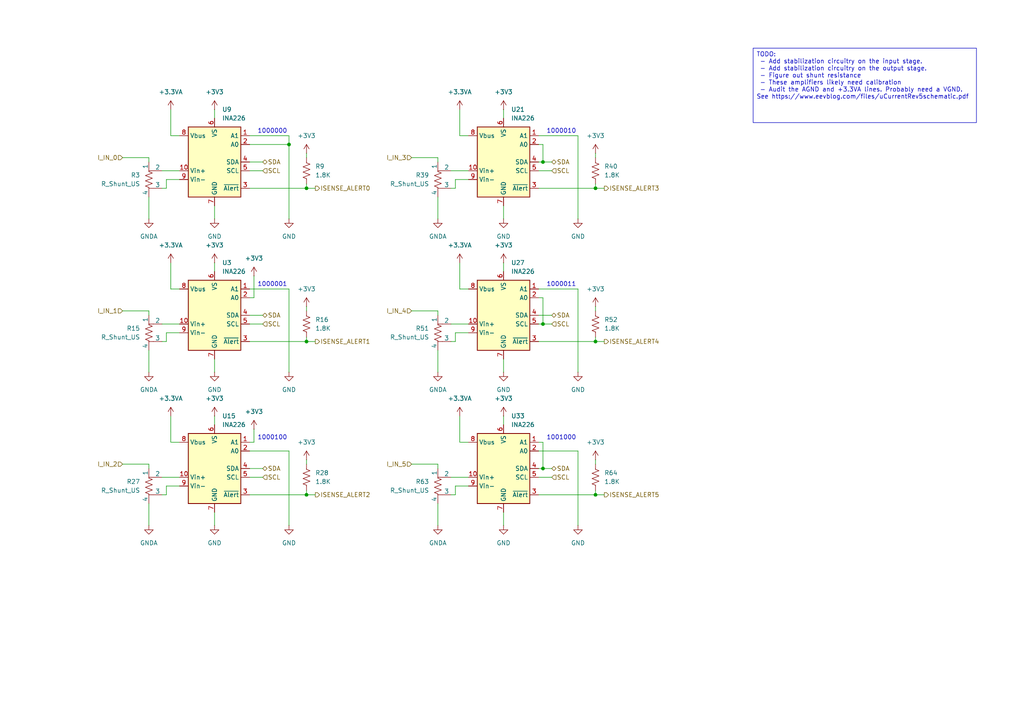
<source format=kicad_sch>
(kicad_sch (version 20231120) (generator "eeschema") (generator_version "8.0")
  (paper "A4")
  (title_block (title "FruityLogger") (date "2024-03-11") (rev "A") (company "FruityJungle Co.") (comment 1 "Designed by Marko Vejnovic"))
  (lib_symbols
    (symbol "Device:R_Shunt_US" (pin_numbers hide) (pin_names (offset 0))
      (property "Reference" "R" (at -5.08 0 90))
      (property "Value" "R_Shunt_US" (at -3.048 0 90))
      (symbol "R_Shunt_US_1_1"
        (polyline (pts (xy 0 -2.54) (xy 1.27 -2.54)))
        (polyline (pts (xy 0 -2.286) (xy 0 -2.54)))
        (polyline (pts (xy 0 2.286) (xy 0 2.54)))
        (polyline (pts (xy 1.27 2.54) (xy 0 2.54)))
        (polyline (pts (xy 0 -0.762) (xy 1.016 -1.143) (xy 0 -1.524) (xy -1.016 -1.905) (xy 0 -2.286)))
        (polyline (pts (xy 0 0.762) (xy 1.016 0.381) (xy 0 0) (xy -1.016 -0.381) (xy 0 -0.762)))
        (polyline (pts (xy 0 2.286) (xy 1.016 1.905) (xy 0 1.524) (xy -1.016 1.143) (xy 0 0.762)))
        (pin passive line (at 0 5.08 270) (length 2.54) (name "1") (number "1"))
        (pin passive line (at 3.81 2.54 180) (length 2.54) (name "2") (number "2"))
        (pin passive line (at 3.81 -2.54 180) (length 2.54) (name "3") (number "3"))
        (pin passive line (at 0 -5.08 90) (length 2.54) (name "4") (number "4"))
      )
    )
    (symbol "Device:R_US" (pin_numbers hide) (pin_names (offset 0))
      (property "Reference" "R" (at 2.54 0 90))
      (property "Value" "R_US" (at -2.54 0 90))
      (symbol "R_US_0_1"
        (polyline (pts (xy 0 -2.286) (xy 0 -2.54)))
        (polyline (pts (xy 0 2.286) (xy 0 2.54)))
        (polyline (pts (xy 0 -0.762) (xy 1.016 -1.143) (xy 0 -1.524) (xy -1.016 -1.905) (xy 0 -2.286)))
        (polyline (pts (xy 0 0.762) (xy 1.016 0.381) (xy 0 0) (xy -1.016 -0.381) (xy 0 -0.762)))
        (polyline (pts (xy 0 2.286) (xy 1.016 1.905) (xy 0 1.524) (xy -1.016 1.143) (xy 0 0.762)))
      )
      (symbol "R_US_1_1"
        (pin passive line (at 0 3.81 270) (length 1.27) (name "~") (number "1"))
        (pin passive line (at 0 -3.81 90) (length 1.27) (name "~") (number "2"))
      )
    )
    (symbol "Sensor_Energy:INA226"
      (property "Reference" "U" (at -6.35 11.43 0))
      (property "Value" "INA226" (at 3.81 11.43 0))
      (symbol "INA226_0_1"
        (rectangle (start 7.62 10.16) (end -7.62 -10.16) (stroke (width 0.254)) (fill (type background)))
      )
      (symbol "INA226_1_1"
        (pin input line (at 10.16 7.62 180) (length 2.54) (name "A1") (number "1"))
        (pin input line (at -10.16 -2.54 0) (length 2.54) (name "Vin+") (number "10"))
        (pin input line (at 10.16 5.08 180) (length 2.54) (name "A0") (number "2"))
        (pin open_collector line (at 10.16 -7.62 180) (length 2.54) (name "~{Alert}") (number "3"))
        (pin bidirectional line (at 10.16 0 180) (length 2.54) (name "SDA") (number "4"))
        (pin input line (at 10.16 -2.54 180) (length 2.54) (name "SCL") (number "5"))
        (pin power_in line (at 0 12.7 270) (length 2.54) (name "VS") (number "6"))
        (pin power_in line (at 0 -12.7 90) (length 2.54) (name "GND") (number "7"))
        (pin input line (at -10.16 7.62 0) (length 2.54) (name "Vbus") (number "8"))
        (pin input line (at -10.16 -5.08 0) (length 2.54) (name "Vin-") (number "9"))
      )
    )
    (symbol "power:+3.3VA" (power) (pin_numbers hide) (pin_names (offset 0) hide)
      (property "Value" "+3.3VA" (at 0 3.556 0))
      (symbol "+3.3VA_0_1"
        (polyline (pts (xy -0.762 1.27) (xy 0 2.54)))
        (polyline (pts (xy 0 0) (xy 0 2.54)))
        (polyline (pts (xy 0 2.54) (xy 0.762 1.27)))
      )
      (symbol "+3.3VA_1_1"
        (pin power_in line (at 0 0 90) (length 0) (name "~") (number "1"))
      )
    )
    (symbol "power:+3V3" (power) (pin_numbers hide) (pin_names (offset 0) hide)
      (property "Value" "+3V3" (at 0 3.556 0))
      (symbol "+3V3_0_1"
        (polyline (pts (xy -0.762 1.27) (xy 0 2.54)))
        (polyline (pts (xy 0 0) (xy 0 2.54)))
        (polyline (pts (xy 0 2.54) (xy 0.762 1.27)))
      )
      (symbol "+3V3_1_1"
        (pin power_in line (at 0 0 90) (length 0) (name "~") (number "1"))
      )
    )
    (symbol "power:GND" (power) (pin_numbers hide) (pin_names (offset 0) hide)
      (property "Value" "GND" (at 0 -3.81 0))
      (symbol "GND_0_1"
        (polyline (pts (xy 0 0) (xy 0 -1.27) (xy 1.27 -1.27) (xy 0 -2.54) (xy -1.27 -1.27) (xy 0 -1.27)))
      )
      (symbol "GND_1_1"
        (pin power_in line (at 0 0 270) (length 0) (name "~") (number "1"))
      )
    )
    (symbol "power:GNDA" (power) (pin_numbers hide) (pin_names (offset 0) hide)
      (property "Value" "GNDA" (at 0 -3.81 0))
      (symbol "GNDA_0_1"
        (polyline (pts (xy 0 0) (xy 0 -1.27) (xy 1.27 -1.27) (xy 0 -2.54) (xy -1.27 -1.27) (xy 0 -1.27)))
      )
      (symbol "GNDA_1_1"
        (pin power_in line (at 0 0 270) (length 0) (name "~") (number "1"))
      )
    )
  )
  (junction (at 157.48 135.89))
  (junction (at 157.48 93.98))
  (junction (at 172.72 99.06))
  (junction (at 172.72 143.51))
  (junction (at 172.72 54.61))
  (junction (at 83.82 41.91))
  (junction (at 88.9 54.61))
  (junction (at 88.9 143.51))
  (junction (at 88.9 99.06))
  (junction (at 157.48 46.99))
  (wire (pts (xy 133.35 31.75) (xy 133.35 39.37)))
  (wire (pts (xy 132.08 143.51) (xy 130.81 143.51)))
  (wire (pts (xy 127 101.6) (xy 127 107.95)))
  (wire (pts (xy 132.08 96.52) (xy 132.08 99.06)))
  (wire (pts (xy 72.39 86.36) (xy 73.66 86.36)))
  (wire (pts (xy 132.08 140.97) (xy 132.08 143.51)))
  (wire (pts (xy 35.56 90.17) (xy 43.18 90.17)))
  (wire (pts (xy 83.82 41.91) (xy 72.39 41.91)))
  (wire (pts (xy 83.82 83.82) (xy 83.82 107.95)))
  (wire (pts (xy 62.23 120.65) (xy 62.23 123.19)))
  (wire (pts (xy 43.18 146.05) (xy 43.18 152.4)))
  (wire (pts (xy 62.23 31.75) (xy 62.23 34.29)))
  (wire (pts (xy 167.64 130.81) (xy 167.64 152.4)))
  (wire (pts (xy 156.21 39.37) (xy 167.64 39.37)))
  (wire (pts (xy 172.72 44.45) (xy 172.72 45.72)))
  (wire (pts (xy 48.26 140.97) (xy 52.07 140.97)))
  (wire (pts (xy 157.48 128.27) (xy 157.48 135.89)))
  (wire (pts (xy 48.26 96.52) (xy 52.07 96.52)))
  (wire (pts (xy 72.39 49.53) (xy 76.2 49.53)))
  (wire (pts (xy 88.9 142.24) (xy 88.9 143.51)))
  (wire (pts (xy 127 134.62) (xy 127 135.89)))
  (wire (pts (xy 156.21 128.27) (xy 157.48 128.27)))
  (wire (pts (xy 43.18 90.17) (xy 43.18 91.44)))
  (wire (pts (xy 43.18 101.6) (xy 43.18 107.95)))
  (wire (pts (xy 62.23 148.59) (xy 62.23 152.4)))
  (wire (pts (xy 156.21 135.89) (xy 157.48 135.89)))
  (wire (pts (xy 132.08 99.06) (xy 130.81 99.06)))
  (wire (pts (xy 43.18 134.62) (xy 43.18 135.89)))
  (wire (pts (xy 132.08 52.07) (xy 132.08 54.61)))
  (wire (pts (xy 167.64 39.37) (xy 167.64 63.5)))
  (wire (pts (xy 172.72 142.24) (xy 172.72 143.51)))
  (wire (pts (xy 156.21 46.99) (xy 157.48 46.99)))
  (wire (pts (xy 88.9 99.06) (xy 91.44 99.06)))
  (wire (pts (xy 88.9 143.51) (xy 91.44 143.51)))
  (wire (pts (xy 133.35 76.2) (xy 133.35 83.82)))
  (wire (pts (xy 156.21 93.98) (xy 157.48 93.98)))
  (wire (pts (xy 156.21 83.82) (xy 167.64 83.82)))
  (wire (pts (xy 132.08 140.97) (xy 135.89 140.97)))
  (wire (pts (xy 127 45.72) (xy 127 46.99)))
  (wire (pts (xy 35.56 134.62) (xy 43.18 134.62)))
  (wire (pts (xy 146.05 59.69) (xy 146.05 63.5)))
  (wire (pts (xy 157.48 41.91) (xy 157.48 46.99)))
  (wire (pts (xy 172.72 97.79) (xy 172.72 99.06)))
  (wire (pts (xy 88.9 54.61) (xy 91.44 54.61)))
  (wire (pts (xy 72.39 130.81) (xy 83.82 130.81)))
  (wire (pts (xy 172.72 54.61) (xy 175.26 54.61)))
  (wire (pts (xy 83.82 39.37) (xy 83.82 41.91)))
  (wire (pts (xy 157.48 135.89) (xy 160.02 135.89)))
  (wire (pts (xy 130.81 138.43) (xy 135.89 138.43)))
  (wire (pts (xy 156.21 130.81) (xy 167.64 130.81)))
  (wire (pts (xy 172.72 88.9) (xy 172.72 90.17)))
  (wire (pts (xy 156.21 49.53) (xy 160.02 49.53)))
  (wire (pts (xy 43.18 57.15) (xy 43.18 63.5)))
  (wire (pts (xy 83.82 130.81) (xy 83.82 152.4)))
  (wire (pts (xy 146.05 148.59) (xy 146.05 152.4)))
  (wire (pts (xy 133.35 39.37) (xy 135.89 39.37)))
  (wire (pts (xy 49.53 83.82) (xy 52.07 83.82)))
  (wire (pts (xy 35.56 45.72) (xy 43.18 45.72)))
  (wire (pts (xy 62.23 104.14) (xy 62.23 107.95)))
  (wire (pts (xy 46.99 49.53) (xy 52.07 49.53)))
  (wire (pts (xy 72.39 46.99) (xy 76.2 46.99)))
  (wire (pts (xy 157.48 46.99) (xy 160.02 46.99)))
  (wire (pts (xy 48.26 99.06) (xy 46.99 99.06)))
  (wire (pts (xy 130.81 49.53) (xy 135.89 49.53)))
  (wire (pts (xy 72.39 93.98) (xy 76.2 93.98)))
  (wire (pts (xy 156.21 143.51) (xy 172.72 143.51)))
  (wire (pts (xy 146.05 76.2) (xy 146.05 78.74)))
  (wire (pts (xy 72.39 91.44) (xy 76.2 91.44)))
  (wire (pts (xy 48.26 52.07) (xy 48.26 54.61)))
  (wire (pts (xy 156.21 138.43) (xy 160.02 138.43)))
  (wire (pts (xy 127 90.17) (xy 127 91.44)))
  (wire (pts (xy 157.48 93.98) (xy 160.02 93.98)))
  (wire (pts (xy 88.9 53.34) (xy 88.9 54.61)))
  (wire (pts (xy 127 146.05) (xy 127 152.4)))
  (wire (pts (xy 146.05 31.75) (xy 146.05 34.29)))
  (wire (pts (xy 172.72 99.06) (xy 175.26 99.06)))
  (wire (pts (xy 156.21 86.36) (xy 157.48 86.36)))
  (wire (pts (xy 43.18 45.72) (xy 43.18 46.99)))
  (wire (pts (xy 146.05 120.65) (xy 146.05 123.19)))
  (wire (pts (xy 46.99 93.98) (xy 52.07 93.98)))
  (wire (pts (xy 132.08 54.61) (xy 130.81 54.61)))
  (wire (pts (xy 48.26 143.51) (xy 46.99 143.51)))
  (wire (pts (xy 49.53 31.75) (xy 49.53 39.37)))
  (wire (pts (xy 72.39 135.89) (xy 76.2 135.89)))
  (wire (pts (xy 167.64 83.82) (xy 167.64 107.95)))
  (wire (pts (xy 48.26 96.52) (xy 48.26 99.06)))
  (wire (pts (xy 49.53 120.65) (xy 49.53 128.27)))
  (wire (pts (xy 119.38 90.17) (xy 127 90.17)))
  (wire (pts (xy 48.26 54.61) (xy 46.99 54.61)))
  (wire (pts (xy 132.08 52.07) (xy 135.89 52.07)))
  (wire (pts (xy 172.72 133.35) (xy 172.72 134.62)))
  (wire (pts (xy 46.99 138.43) (xy 52.07 138.43)))
  (wire (pts (xy 62.23 76.2) (xy 62.23 78.74)))
  (wire (pts (xy 88.9 133.35) (xy 88.9 134.62)))
  (wire (pts (xy 72.39 143.51) (xy 88.9 143.51)))
  (wire (pts (xy 156.21 41.91) (xy 157.48 41.91)))
  (wire (pts (xy 132.08 96.52) (xy 135.89 96.52)))
  (wire (pts (xy 72.39 128.27) (xy 73.66 128.27)))
  (wire (pts (xy 72.39 83.82) (xy 83.82 83.82)))
  (wire (pts (xy 73.66 128.27) (xy 73.66 124.46)))
  (wire (pts (xy 48.26 52.07) (xy 52.07 52.07)))
  (wire (pts (xy 72.39 39.37) (xy 83.82 39.37)))
  (wire (pts (xy 133.35 120.65) (xy 133.35 128.27)))
  (wire (pts (xy 172.72 143.51) (xy 175.26 143.51)))
  (wire (pts (xy 49.53 76.2) (xy 49.53 83.82)))
  (wire (pts (xy 88.9 88.9) (xy 88.9 90.17)))
  (wire (pts (xy 72.39 99.06) (xy 88.9 99.06)))
  (wire (pts (xy 62.23 59.69) (xy 62.23 63.5)))
  (wire (pts (xy 156.21 99.06) (xy 172.72 99.06)))
  (wire (pts (xy 88.9 44.45) (xy 88.9 45.72)))
  (wire (pts (xy 48.26 140.97) (xy 48.26 143.51)))
  (wire (pts (xy 156.21 91.44) (xy 160.02 91.44)))
  (wire (pts (xy 133.35 83.82) (xy 135.89 83.82)))
  (wire (pts (xy 157.48 86.36) (xy 157.48 93.98)))
  (wire (pts (xy 72.39 138.43) (xy 76.2 138.43)))
  (wire (pts (xy 156.21 54.61) (xy 172.72 54.61)))
  (wire (pts (xy 88.9 97.79) (xy 88.9 99.06)))
  (wire (pts (xy 72.39 54.61) (xy 88.9 54.61)))
  (wire (pts (xy 119.38 134.62) (xy 127 134.62)))
  (wire (pts (xy 49.53 128.27) (xy 52.07 128.27)))
  (wire (pts (xy 73.66 80.01) (xy 73.66 86.36)))
  (wire (pts (xy 49.53 39.37) (xy 52.07 39.37)))
  (wire (pts (xy 133.35 128.27) (xy 135.89 128.27)))
  (wire (pts (xy 172.72 53.34) (xy 172.72 54.61)))
  (wire (pts (xy 119.38 45.72) (xy 127 45.72)))
  (wire (pts (xy 146.05 104.14) (xy 146.05 107.95)))
  (wire (pts (xy 130.81 93.98) (xy 135.89 93.98)))
  (wire (pts (xy 127 57.15) (xy 127 63.5)))
  (wire (pts (xy 83.82 63.5) (xy 83.82 41.91)))
  (text_box "TODO:\n - Add stabilization circuitry on the input stage.\n - Add stabilization circuitry on the output stage.\n - Figure out shunt resistance\n - These amplifiers likely need calibration\n - Audit the AGND and +3.3VA lines. Probably need a VGND. See https://www.eevblog.com/files/uCurrentRev5schematic.pdf\n" (at 218.44 13.97 0) (size 64.77 21.59) (effects (font (size 1.27 1.27)) (justify left top)))
  (text "1001000" (at 162.814 127 0) (effects (font (size 1.27 1.27))))
  (text "1000100" (at 78.994 127 0) (effects (font (size 1.27 1.27))))
  (text "1000000" (at 78.994 38.1 0) (effects (font (size 1.27 1.27))))
  (text "1000010" (at 162.814 38.1 0) (effects (font (size 1.27 1.27))))
  (text "1000001" (at 78.994 82.55 0) (effects (font (size 1.27 1.27))))
  (text "1000011" (at 162.814 82.55 0) (effects (font (size 1.27 1.27))))
  (hierarchical_label "SDA" (shape bidirectional) (at 160.02 91.44 0))
  (hierarchical_label "SDA" (shape bidirectional) (at 160.02 135.89 0))
  (hierarchical_label "I_IN_5" (shape input) (at 119.38 134.62 180))
  (hierarchical_label "SCL" (shape input) (at 76.2 93.98 0))
  (hierarchical_label "SDA" (shape bidirectional) (at 76.2 91.44 0))
  (hierarchical_label "SCL" (shape input) (at 76.2 49.53 0))
  (hierarchical_label "ISENSE_ALERT1" (shape output) (at 91.44 99.06 0))
  (hierarchical_label "ISENSE_ALERT4" (shape output) (at 175.26 99.06 0))
  (hierarchical_label "SCL" (shape input) (at 160.02 138.43 0))
  (hierarchical_label "ISENSE_ALERT0" (shape output) (at 91.44 54.61 0))
  (hierarchical_label "ISENSE_ALERT3" (shape output) (at 175.26 54.61 0))
  (hierarchical_label "SCL" (shape input) (at 76.2 138.43 0))
  (hierarchical_label "SCL" (shape input) (at 160.02 93.98 0))
  (hierarchical_label "I_IN_1" (shape input) (at 35.56 90.17 180))
  (hierarchical_label "I_IN_3" (shape input) (at 119.38 45.72 180))
  (hierarchical_label "ISENSE_ALERT2" (shape output) (at 91.44 143.51 0))
  (hierarchical_label "I_IN_4" (shape input) (at 119.38 90.17 180))
  (hierarchical_label "SDA" (shape bidirectional) (at 76.2 46.99 0))
  (hierarchical_label "ISENSE_ALERT5" (shape output) (at 175.26 143.51 0))
  (hierarchical_label "SDA" (shape bidirectional) (at 76.2 135.89 0))
  (hierarchical_label "I_IN_0" (shape input) (at 35.56 45.72 180))
  (hierarchical_label "SCL" (shape input) (at 160.02 49.53 0))
  (hierarchical_label "I_IN_2" (shape input) (at 35.56 134.62 180))
  (hierarchical_label "SDA" (shape bidirectional) (at 160.02 46.99 0))
  (symbol (lib_id "power:GND") (at 62.23 63.5 0) (unit 1)
    (property "Reference" "#PWR022" (effects (hide yes)))
    (property "Value" "GND" (at 62.23 68.58 0))
    (property "Description" "Power symbol creates a global label with name \"GND\" , ground" (effects (hide yes)))
  )
  (symbol (lib_id "power:+3V3") (at 146.05 120.65 0) (unit 1)
    (property "Reference" "#PWR0204" (effects (hide yes)))
    (property "Value" "+3V3" (at 146.05 115.57 0))
    (property "Description" "Power symbol creates a global label with name \"+3V3\"" (effects (hide yes)))
  )
  (symbol (lib_id "Device:R_US") (at 172.72 138.43 0) (unit 1)
    (property "Reference" "R64" (at 175.26 137.1599 0) (effects (justify left)))
    (property "Value" "1.8K" (at 175.26 139.6999 0) (effects (justify left)))
    (property "Description" "Resistor, US symbol" (effects (hide yes)))
  )
  (symbol (lib_id "power:+3.3VA") (at 133.35 120.65 0) (unit 1)
    (property "Reference" "#PWR0203" (effects (hide yes)))
    (property "Value" "+3.3VA" (at 133.35 115.57 0))
    (property "Description" "Power symbol creates a global label with name \"+3.3VA\"" (effects (hide yes)))
  )
  (symbol (lib_id "power:+3V3") (at 88.9 44.45 0) (unit 1)
    (property "Reference" "#PWR016" (effects (hide yes)))
    (property "Value" "+3V3" (at 88.9 39.37 0))
    (property "Description" "Power symbol creates a global label with name \"+3V3\"" (effects (hide yes)))
  )
  (symbol (lib_id "Device:R_US") (at 88.9 49.53 0) (unit 1)
    (property "Reference" "R9" (at 91.44 48.2599 0) (effects (justify left)))
    (property "Value" "1.8K" (at 91.44 50.7999 0) (effects (justify left)))
    (property "Description" "Resistor, US symbol" (effects (hide yes)))
  )
  (symbol (lib_id "power:GND") (at 146.05 63.5 0) (unit 1)
    (property "Reference" "#PWR0133" (effects (hide yes)))
    (property "Value" "GND" (at 146.05 68.58 0))
    (property "Description" "Power symbol creates a global label with name \"GND\" , ground" (effects (hide yes)))
  )
  (symbol (lib_id "Device:R_Shunt_US") (at 127 140.97 0) (unit 1)
    (property "Reference" "R63" (at 124.46 139.6999 0) (effects (justify right)))
    (property "Value" "R_Shunt_US" (at 124.46 142.2399 0) (effects (justify right)))
    (property "Description" "Shunt resistor, US symbol" (effects (hide yes)))
  )
  (symbol (lib_id "power:+3.3VA") (at 49.53 76.2 0) (unit 1)
    (property "Reference" "#PWR047" (effects (hide yes)))
    (property "Value" "+3.3VA" (at 49.53 71.12 0))
    (property "Description" "Power symbol creates a global label with name \"+3.3VA\"" (effects (hide yes)))
  )
  (symbol (lib_id "Device:R_Shunt_US") (at 43.18 52.07 0) (unit 1)
    (property "Reference" "R3" (at 40.64 50.7999 0) (effects (justify right)))
    (property "Value" "R_Shunt_US" (at 40.64 53.3399 0) (effects (justify right)))
    (property "Description" "Shunt resistor, US symbol" (effects (hide yes)))
  )
  (symbol (lib_id "power:+3V3") (at 172.72 88.9 0) (unit 1)
    (property "Reference" "#PWR0169" (effects (hide yes)))
    (property "Value" "+3V3" (at 172.72 83.82 0))
    (property "Description" "Power symbol creates a global label with name \"+3V3\"" (effects (hide yes)))
  )
  (symbol (lib_id "power:+3V3") (at 146.05 76.2 0) (unit 1)
    (property "Reference" "#PWR0148" (effects (hide yes)))
    (property "Value" "+3V3" (at 146.05 71.12 0))
    (property "Description" "Power symbol creates a global label with name \"+3V3\"" (effects (hide yes)))
  )
  (symbol (lib_id "Sensor_Energy:INA226") (at 62.23 135.89 0) (unit 1)
    (property "Reference" "U15" (at 64.4241 120.65 0) (effects (justify left)))
    (property "Value" "INA226" (at 64.4241 123.19 0) (effects (justify left)))
    (property "Footprint" "Package_SO:VSSOP-10_3x3mm_P0.5mm" (effects (hide yes)))
    (property "Datasheet" "http://www.ti.com/lit/ds/symlink/ina226.pdf" (effects (hide yes)))
    (property "Description" "High-Side or Low-Side Measurement, Bi-Directional Current and Power Monitor (0-36V) with I2C Compatible Interface, VSSOP-10" (effects (hide yes)))
    (property "Cost" "2.89" (effects (hide yes)))
  )
  (symbol (lib_id "power:GND") (at 167.64 152.4 0) (unit 1)
    (property "Reference" "#PWR0206" (effects (hide yes)))
    (property "Value" "GND" (at 167.64 157.48 0))
    (property "Description" "Power symbol creates a global label with name \"GND\" , ground" (effects (hide yes)))
  )
  (symbol (lib_id "Sensor_Energy:INA226") (at 146.05 91.44 0) (unit 1)
    (property "Reference" "U27" (at 148.2441 76.2 0) (effects (justify left)))
    (property "Value" "INA226" (at 148.2441 78.74 0) (effects (justify left)))
    (property "Footprint" "Package_SO:VSSOP-10_3x3mm_P0.5mm" (effects (hide yes)))
    (property "Datasheet" "http://www.ti.com/lit/ds/symlink/ina226.pdf" (effects (hide yes)))
    (property "Description" "High-Side or Low-Side Measurement, Bi-Directional Current and Power Monitor (0-36V) with I2C Compatible Interface, VSSOP-10" (effects (hide yes)))
    (property "Cost" "2.89" (effects (hide yes)))
  )
  (symbol (lib_id "power:GNDA") (at 127 63.5 0) (unit 1)
    (property "Reference" "#PWR0130" (effects (hide yes)))
    (property "Value" "GNDA" (at 127 68.58 0))
    (property "Description" "Power symbol creates a global label with name \"GNDA\" , analog ground" (effects (hide yes)))
  )
  (symbol (lib_id "Device:R_Shunt_US") (at 43.18 140.97 0) (unit 1)
    (property "Reference" "R27" (at 40.64 139.6999 0) (effects (justify right)))
    (property "Value" "R_Shunt_US" (at 40.64 142.2399 0) (effects (justify right)))
    (property "Description" "Shunt resistor, US symbol" (effects (hide yes)))
  )
  (symbol (lib_id "Device:R_US") (at 88.9 93.98 0) (unit 1)
    (property "Reference" "R16" (at 91.44 92.7099 0) (effects (justify left)))
    (property "Value" "1.8K" (at 91.44 95.2499 0) (effects (justify left)))
    (property "Description" "Resistor, US symbol" (effects (hide yes)))
  )
  (symbol (lib_id "Sensor_Energy:INA226") (at 146.05 46.99 0) (unit 1)
    (property "Reference" "U21" (at 148.2441 31.75 0) (effects (justify left)))
    (property "Value" "INA226" (at 148.2441 34.29 0) (effects (justify left)))
    (property "Footprint" "Package_SO:VSSOP-10_3x3mm_P0.5mm" (effects (hide yes)))
    (property "Datasheet" "http://www.ti.com/lit/ds/symlink/ina226.pdf" (effects (hide yes)))
    (property "Description" "High-Side or Low-Side Measurement, Bi-Directional Current and Power Monitor (0-36V) with I2C Compatible Interface, VSSOP-10" (effects (hide yes)))
    (property "Cost" "2.89" (effects (hide yes)))
  )
  (symbol (lib_id "power:+3.3VA") (at 49.53 120.65 0) (unit 1)
    (property "Reference" "#PWR089" (effects (hide yes)))
    (property "Value" "+3.3VA" (at 49.53 115.57 0))
    (property "Description" "Power symbol creates a global label with name \"+3.3VA\"" (effects (hide yes)))
  )
  (symbol (lib_id "power:GNDA") (at 127 152.4 0) (unit 1)
    (property "Reference" "#PWR0202" (effects (hide yes)))
    (property "Value" "GNDA" (at 127 157.48 0))
    (property "Description" "Power symbol creates a global label with name \"GNDA\" , analog ground" (effects (hide yes)))
  )
  (symbol (lib_id "power:GND") (at 167.64 107.95 0) (unit 1)
    (property "Reference" "#PWR0162" (effects (hide yes)))
    (property "Value" "GND" (at 167.64 113.03 0))
    (property "Description" "Power symbol creates a global label with name \"GND\" , ground" (effects (hide yes)))
  )
  (symbol (lib_id "power:GND") (at 167.64 63.5 0) (unit 1)
    (property "Reference" "#PWR0135" (effects (hide yes)))
    (property "Value" "GND" (at 167.64 68.58 0))
    (property "Description" "Power symbol creates a global label with name \"GND\" , ground" (effects (hide yes)))
  )
  (symbol (lib_id "Device:R_Shunt_US") (at 43.18 96.52 0) (unit 1)
    (property "Reference" "R15" (at 40.64 95.2499 0) (effects (justify right)))
    (property "Value" "R_Shunt_US" (at 40.64 97.7899 0) (effects (justify right)))
    (property "Description" "Shunt resistor, US symbol" (effects (hide yes)))
  )
  (symbol (lib_id "power:+3V3") (at 73.66 80.01 0) (unit 1)
    (property "Reference" "#PWR082" (effects (hide yes)))
    (property "Value" "+3V3" (at 73.66 74.93 0))
    (property "Description" "Power symbol creates a global label with name \"+3V3\"" (effects (hide yes)))
  )
  (symbol (lib_id "Sensor_Energy:INA226") (at 62.23 91.44 0) (unit 1)
    (property "Reference" "U3" (at 64.4241 76.2 0) (effects (justify left)))
    (property "Value" "INA226" (at 64.4241 78.74 0) (effects (justify left)))
    (property "Footprint" "Package_SO:VSSOP-10_3x3mm_P0.5mm" (effects (hide yes)))
    (property "Datasheet" "http://www.ti.com/lit/ds/symlink/ina226.pdf" (effects (hide yes)))
    (property "Description" "High-Side or Low-Side Measurement, Bi-Directional Current and Power Monitor (0-36V) with I2C Compatible Interface, VSSOP-10" (effects (hide yes)))
    (property "Cost" "2.89" (effects (hide yes)))
  )
  (symbol (lib_id "power:GNDA") (at 127 107.95 0) (unit 1)
    (property "Reference" "#PWR0134" (effects (hide yes)))
    (property "Value" "GNDA" (at 127 113.03 0))
    (property "Description" "Power symbol creates a global label with name \"GNDA\" , analog ground" (effects (hide yes)))
  )
  (symbol (lib_id "power:GND") (at 83.82 107.95 0) (unit 1)
    (property "Reference" "#PWR050" (effects (hide yes)))
    (property "Value" "GND" (at 83.82 113.03 0))
    (property "Description" "Power symbol creates a global label with name \"GND\" , ground" (effects (hide yes)))
  )
  (symbol (lib_id "power:+3V3") (at 62.23 120.65 0) (unit 1)
    (property "Reference" "#PWR090" (effects (hide yes)))
    (property "Value" "+3V3" (at 62.23 115.57 0))
    (property "Description" "Power symbol creates a global label with name \"+3V3\"" (effects (hide yes)))
  )
  (symbol (lib_id "power:+3V3") (at 88.9 88.9 0) (unit 1)
    (property "Reference" "#PWR051" (effects (hide yes)))
    (property "Value" "+3V3" (at 88.9 83.82 0))
    (property "Description" "Power symbol creates a global label with name \"+3V3\"" (effects (hide yes)))
  )
  (symbol (lib_id "power:+3V3") (at 62.23 76.2 0) (unit 1)
    (property "Reference" "#PWR048" (effects (hide yes)))
    (property "Value" "+3V3" (at 62.23 71.12 0))
    (property "Description" "Power symbol creates a global label with name \"+3V3\"" (effects (hide yes)))
  )
  (symbol (lib_id "power:+3.3VA") (at 133.35 76.2 0) (unit 1)
    (property "Reference" "#PWR0141" (effects (hide yes)))
    (property "Value" "+3.3VA" (at 133.35 71.12 0))
    (property "Description" "Power symbol creates a global label with name \"+3.3VA\"" (effects (hide yes)))
  )
  (symbol (lib_id "power:GND") (at 83.82 152.4 0) (unit 1)
    (property "Reference" "#PWR093" (effects (hide yes)))
    (property "Value" "GND" (at 83.82 157.48 0))
    (property "Description" "Power symbol creates a global label with name \"GND\" , ground" (effects (hide yes)))
  )
  (symbol (lib_id "power:GNDA") (at 43.18 107.95 0) (unit 1)
    (property "Reference" "#PWR046" (effects (hide yes)))
    (property "Value" "GNDA" (at 43.18 113.03 0))
    (property "Description" "Power symbol creates a global label with name \"GNDA\" , analog ground" (effects (hide yes)))
  )
  (symbol (lib_id "power:+3V3") (at 88.9 133.35 0) (unit 1)
    (property "Reference" "#PWR094" (effects (hide yes)))
    (property "Value" "+3V3" (at 88.9 128.27 0))
    (property "Description" "Power symbol creates a global label with name \"+3V3\"" (effects (hide yes)))
  )
  (symbol (lib_id "power:GND") (at 83.82 63.5 0) (unit 1)
    (property "Reference" "#PWR040" (effects (hide yes)))
    (property "Value" "GND" (at 83.82 68.58 0))
    (property "Description" "Power symbol creates a global label with name \"GND\" , ground" (effects (hide yes)))
  )
  (symbol (lib_id "Sensor_Energy:INA226") (at 62.23 46.99 0) (unit 1)
    (property "Reference" "U9" (at 64.4241 31.75 0) (effects (justify left)))
    (property "Value" "INA226" (at 64.4241 34.29 0) (effects (justify left)))
    (property "Footprint" "Package_SO:VSSOP-10_3x3mm_P0.5mm" (effects (hide yes)))
    (property "Datasheet" "http://www.ti.com/lit/ds/symlink/ina226.pdf" (effects (hide yes)))
    (property "Description" "High-Side or Low-Side Measurement, Bi-Directional Current and Power Monitor (0-36V) with I2C Compatible Interface, VSSOP-10" (effects (hide yes)))
    (property "Cost" "2.89" (effects (hide yes)))
  )
  (symbol (lib_id "power:+3V3") (at 172.72 133.35 0) (unit 1)
    (property "Reference" "#PWR0207" (effects (hide yes)))
    (property "Value" "+3V3" (at 172.72 128.27 0))
    (property "Description" "Power symbol creates a global label with name \"+3V3\"" (effects (hide yes)))
  )
  (symbol (lib_id "power:+3V3") (at 172.72 44.45 0) (unit 1)
    (property "Reference" "#PWR0136" (effects (hide yes)))
    (property "Value" "+3V3" (at 172.72 39.37 0))
    (property "Description" "Power symbol creates a global label with name \"+3V3\"" (effects (hide yes)))
  )
  (symbol (lib_id "power:GND") (at 146.05 107.95 0) (unit 1)
    (property "Reference" "#PWR0155" (effects (hide yes)))
    (property "Value" "GND" (at 146.05 113.03 0))
    (property "Description" "Power symbol creates a global label with name \"GND\" , ground" (effects (hide yes)))
  )
  (symbol (lib_id "Device:R_US") (at 88.9 138.43 0) (unit 1)
    (property "Reference" "R28" (at 91.44 137.1599 0) (effects (justify left)))
    (property "Value" "1.8K" (at 91.44 139.6999 0) (effects (justify left)))
    (property "Description" "Resistor, US symbol" (effects (hide yes)))
  )
  (symbol (lib_id "Device:R_US") (at 172.72 49.53 0) (unit 1)
    (property "Reference" "R40" (at 175.26 48.2599 0) (effects (justify left)))
    (property "Value" "1.8K" (at 175.26 50.7999 0) (effects (justify left)))
    (property "Description" "Resistor, US symbol" (effects (hide yes)))
  )
  (symbol (lib_id "power:+3.3VA") (at 133.35 31.75 0) (unit 1)
    (property "Reference" "#PWR0131" (effects (hide yes)))
    (property "Value" "+3.3VA" (at 133.35 26.67 0))
    (property "Description" "Power symbol creates a global label with name \"+3.3VA\"" (effects (hide yes)))
  )
  (symbol (lib_id "power:+3V3") (at 62.23 31.75 0) (unit 1)
    (property "Reference" "#PWR028" (effects (hide yes)))
    (property "Value" "+3V3" (at 62.23 26.67 0))
    (property "Description" "Power symbol creates a global label with name \"+3V3\"" (effects (hide yes)))
  )
  (symbol (lib_id "Sensor_Energy:INA226") (at 146.05 135.89 0) (unit 1)
    (property "Reference" "U33" (at 148.2441 120.65 0) (effects (justify left)))
    (property "Value" "INA226" (at 148.2441 123.19 0) (effects (justify left)))
    (property "Footprint" "Package_SO:VSSOP-10_3x3mm_P0.5mm" (effects (hide yes)))
    (property "Datasheet" "http://www.ti.com/lit/ds/symlink/ina226.pdf" (effects (hide yes)))
    (property "Description" "High-Side or Low-Side Measurement, Bi-Directional Current and Power Monitor (0-36V) with I2C Compatible Interface, VSSOP-10" (effects (hide yes)))
    (property "Cost" "2.89" (effects (hide yes)))
  )
  (symbol (lib_id "Device:R_Shunt_US") (at 127 52.07 0) (unit 1)
    (property "Reference" "R39" (at 124.46 50.7999 0) (effects (justify right)))
    (property "Value" "R_Shunt_US" (at 124.46 53.3399 0) (effects (justify right)))
    (property "Description" "Shunt resistor, US symbol" (effects (hide yes)))
  )
  (symbol (lib_id "Device:R_Shunt_US") (at 127 96.52 0) (unit 1)
    (property "Reference" "R51" (at 124.46 95.2499 0) (effects (justify right)))
    (property "Value" "R_Shunt_US" (at 124.46 97.7899 0) (effects (justify right)))
    (property "Description" "Shunt resistor, US symbol" (effects (hide yes)))
  )
  (symbol (lib_id "power:GND") (at 62.23 107.95 0) (unit 1)
    (property "Reference" "#PWR049" (effects (hide yes)))
    (property "Value" "GND" (at 62.23 113.03 0))
    (property "Description" "Power symbol creates a global label with name \"GND\" , ground" (effects (hide yes)))
  )
  (symbol (lib_id "Device:R_US") (at 172.72 93.98 0) (unit 1)
    (property "Reference" "R52" (at 175.26 92.7099 0) (effects (justify left)))
    (property "Value" "1.8K" (at 175.26 95.2499 0) (effects (justify left)))
    (property "Description" "Resistor, US symbol" (effects (hide yes)))
  )
  (symbol (lib_id "power:GND") (at 62.23 152.4 0) (unit 1)
    (property "Reference" "#PWR091" (effects (hide yes)))
    (property "Value" "GND" (at 62.23 157.48 0))
    (property "Description" "Power symbol creates a global label with name \"GND\" , ground" (effects (hide yes)))
  )
  (symbol (lib_id "power:GNDA") (at 43.18 152.4 0) (unit 1)
    (property "Reference" "#PWR088" (effects (hide yes)))
    (property "Value" "GNDA" (at 43.18 157.48 0))
    (property "Description" "Power symbol creates a global label with name \"GNDA\" , analog ground" (effects (hide yes)))
  )
  (symbol (lib_id "power:GNDA") (at 43.18 63.5 0) (unit 1)
    (property "Reference" "#PWR010" (effects (hide yes)))
    (property "Value" "GNDA" (at 43.18 68.58 0))
    (property "Description" "Power symbol creates a global label with name \"GNDA\" , analog ground" (effects (hide yes)))
  )
  (symbol (lib_id "power:+3V3") (at 146.05 31.75 0) (unit 1)
    (property "Reference" "#PWR0132" (effects (hide yes)))
    (property "Value" "+3V3" (at 146.05 26.67 0))
    (property "Description" "Power symbol creates a global label with name \"+3V3\"" (effects (hide yes)))
  )
  (symbol (lib_id "power:GND") (at 146.05 152.4 0) (unit 1)
    (property "Reference" "#PWR0205" (effects (hide yes)))
    (property "Value" "GND" (at 146.05 157.48 0))
    (property "Description" "Power symbol creates a global label with name \"GND\" , ground" (effects (hide yes)))
  )
  (symbol (lib_id "power:+3.3VA") (at 49.53 31.75 0) (unit 1)
    (property "Reference" "#PWR034" (effects (hide yes)))
    (property "Value" "+3.3VA" (at 49.53 26.67 0))
    (property "Description" "Power symbol creates a global label with name \"+3.3VA\"" (effects (hide yes)))
  )
  (symbol (lib_id "power:+3V3") (at 73.66 124.46 0) (unit 1)
    (property "Reference" "#PWR092" (effects (hide yes)))
    (property "Value" "+3V3" (at 73.66 119.38 0))
    (property "Description" "Power symbol creates a global label with name \"+3V3\"" (effects (hide yes)))
  )
)
</source>
